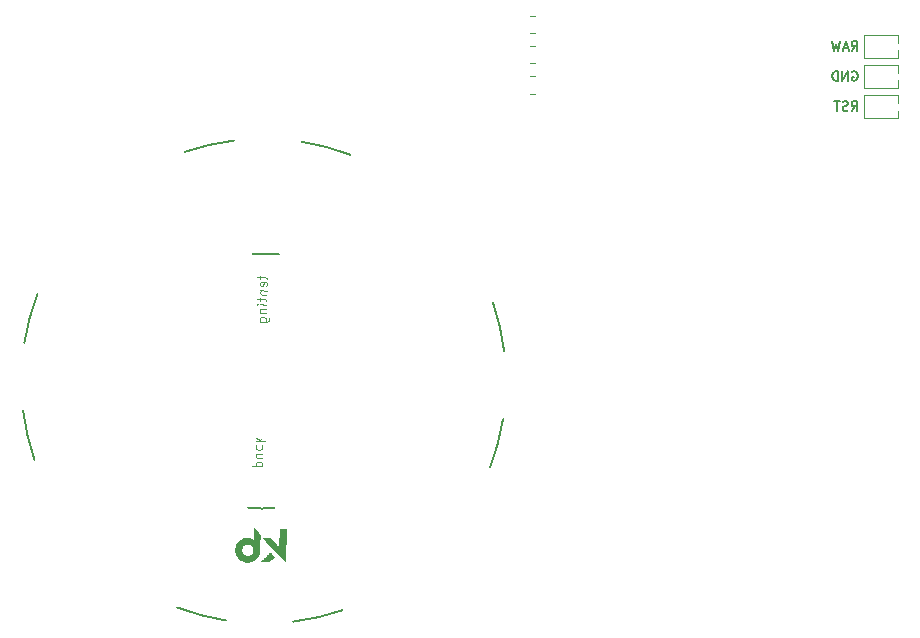
<source format=gbr>
%TF.GenerationSoftware,KiCad,Pcbnew,8.0.6-1.fc41*%
%TF.CreationDate,2024-12-09T10:01:21+11:00*%
%TF.ProjectId,pueo-mx-spaced,7075656f-2d6d-4782-9d73-70616365642e,0.1*%
%TF.SameCoordinates,Original*%
%TF.FileFunction,Legend,Bot*%
%TF.FilePolarity,Positive*%
%FSLAX46Y46*%
G04 Gerber Fmt 4.6, Leading zero omitted, Abs format (unit mm)*
G04 Created by KiCad (PCBNEW 8.0.6-1.fc41) date 2024-12-09 10:01:21*
%MOMM*%
%LPD*%
G01*
G04 APERTURE LIST*
%ADD10C,0.150000*%
%ADD11C,0.100000*%
%ADD12C,0.120000*%
%ADD13C,0.200000*%
%ADD14C,0.010000*%
G04 APERTURE END LIST*
D10*
X194997462Y-65572704D02*
X195264129Y-65191751D01*
X195454605Y-65572704D02*
X195454605Y-64772704D01*
X195454605Y-64772704D02*
X195149843Y-64772704D01*
X195149843Y-64772704D02*
X195073653Y-64810799D01*
X195073653Y-64810799D02*
X195035558Y-64848894D01*
X195035558Y-64848894D02*
X194997462Y-64925085D01*
X194997462Y-64925085D02*
X194997462Y-65039370D01*
X194997462Y-65039370D02*
X195035558Y-65115561D01*
X195035558Y-65115561D02*
X195073653Y-65153656D01*
X195073653Y-65153656D02*
X195149843Y-65191751D01*
X195149843Y-65191751D02*
X195454605Y-65191751D01*
X194692701Y-65534609D02*
X194578415Y-65572704D01*
X194578415Y-65572704D02*
X194387939Y-65572704D01*
X194387939Y-65572704D02*
X194311748Y-65534609D01*
X194311748Y-65534609D02*
X194273653Y-65496513D01*
X194273653Y-65496513D02*
X194235558Y-65420323D01*
X194235558Y-65420323D02*
X194235558Y-65344132D01*
X194235558Y-65344132D02*
X194273653Y-65267942D01*
X194273653Y-65267942D02*
X194311748Y-65229847D01*
X194311748Y-65229847D02*
X194387939Y-65191751D01*
X194387939Y-65191751D02*
X194540320Y-65153656D01*
X194540320Y-65153656D02*
X194616510Y-65115561D01*
X194616510Y-65115561D02*
X194654605Y-65077466D01*
X194654605Y-65077466D02*
X194692701Y-65001275D01*
X194692701Y-65001275D02*
X194692701Y-64925085D01*
X194692701Y-64925085D02*
X194654605Y-64848894D01*
X194654605Y-64848894D02*
X194616510Y-64810799D01*
X194616510Y-64810799D02*
X194540320Y-64772704D01*
X194540320Y-64772704D02*
X194349843Y-64772704D01*
X194349843Y-64772704D02*
X194235558Y-64810799D01*
X194006986Y-64772704D02*
X193549843Y-64772704D01*
X193778415Y-65572704D02*
X193778415Y-64772704D01*
X195054604Y-62270798D02*
X195130794Y-62232703D01*
X195130794Y-62232703D02*
X195245080Y-62232703D01*
X195245080Y-62232703D02*
X195359366Y-62270798D01*
X195359366Y-62270798D02*
X195435556Y-62346988D01*
X195435556Y-62346988D02*
X195473651Y-62423179D01*
X195473651Y-62423179D02*
X195511747Y-62575560D01*
X195511747Y-62575560D02*
X195511747Y-62689846D01*
X195511747Y-62689846D02*
X195473651Y-62842227D01*
X195473651Y-62842227D02*
X195435556Y-62918417D01*
X195435556Y-62918417D02*
X195359366Y-62994608D01*
X195359366Y-62994608D02*
X195245080Y-63032703D01*
X195245080Y-63032703D02*
X195168889Y-63032703D01*
X195168889Y-63032703D02*
X195054604Y-62994608D01*
X195054604Y-62994608D02*
X195016508Y-62956512D01*
X195016508Y-62956512D02*
X195016508Y-62689846D01*
X195016508Y-62689846D02*
X195168889Y-62689846D01*
X194673651Y-63032703D02*
X194673651Y-62232703D01*
X194673651Y-62232703D02*
X194216508Y-63032703D01*
X194216508Y-63032703D02*
X194216508Y-62232703D01*
X193835556Y-63032703D02*
X193835556Y-62232703D01*
X193835556Y-62232703D02*
X193645080Y-62232703D01*
X193645080Y-62232703D02*
X193530794Y-62270798D01*
X193530794Y-62270798D02*
X193454604Y-62346988D01*
X193454604Y-62346988D02*
X193416509Y-62423179D01*
X193416509Y-62423179D02*
X193378413Y-62575560D01*
X193378413Y-62575560D02*
X193378413Y-62689846D01*
X193378413Y-62689846D02*
X193416509Y-62842227D01*
X193416509Y-62842227D02*
X193454604Y-62918417D01*
X193454604Y-62918417D02*
X193530794Y-62994608D01*
X193530794Y-62994608D02*
X193645080Y-63032703D01*
X193645080Y-63032703D02*
X193835556Y-63032703D01*
X194997464Y-60492702D02*
X195264131Y-60111749D01*
X195454607Y-60492702D02*
X195454607Y-59692702D01*
X195454607Y-59692702D02*
X195149845Y-59692702D01*
X195149845Y-59692702D02*
X195073655Y-59730797D01*
X195073655Y-59730797D02*
X195035560Y-59768892D01*
X195035560Y-59768892D02*
X194997464Y-59845083D01*
X194997464Y-59845083D02*
X194997464Y-59959368D01*
X194997464Y-59959368D02*
X195035560Y-60035559D01*
X195035560Y-60035559D02*
X195073655Y-60073654D01*
X195073655Y-60073654D02*
X195149845Y-60111749D01*
X195149845Y-60111749D02*
X195454607Y-60111749D01*
X194692703Y-60264130D02*
X194311750Y-60264130D01*
X194768893Y-60492702D02*
X194502226Y-59692702D01*
X194502226Y-59692702D02*
X194235560Y-60492702D01*
X194045084Y-59692702D02*
X193854608Y-60492702D01*
X193854608Y-60492702D02*
X193702227Y-59921273D01*
X193702227Y-59921273D02*
X193549846Y-60492702D01*
X193549846Y-60492702D02*
X193359370Y-59692702D01*
D11*
X144957413Y-79533852D02*
X144952094Y-79838567D01*
X144688792Y-79643466D02*
X145374402Y-79655434D01*
X145374402Y-79655434D02*
X145449916Y-79694853D01*
X145449916Y-79694853D02*
X145486676Y-79771697D01*
X145486676Y-79771697D02*
X145485346Y-79847875D01*
X145437284Y-80418552D02*
X145476703Y-80343038D01*
X145476703Y-80343038D02*
X145479362Y-80190680D01*
X145479362Y-80190680D02*
X145442603Y-80113837D01*
X145442603Y-80113837D02*
X145367089Y-80074418D01*
X145367089Y-80074418D02*
X145062373Y-80069099D01*
X145062373Y-80069099D02*
X144985530Y-80105858D01*
X144985530Y-80105858D02*
X144946110Y-80181372D01*
X144946110Y-80181372D02*
X144943451Y-80333730D01*
X144943451Y-80333730D02*
X144980211Y-80410574D01*
X144980211Y-80410574D02*
X145055725Y-80449993D01*
X145055725Y-80449993D02*
X145131904Y-80451323D01*
X145131904Y-80451323D02*
X145214731Y-80071758D01*
X144935473Y-80790803D02*
X145468725Y-80800111D01*
X145011652Y-80792133D02*
X144972897Y-80829557D01*
X144972897Y-80829557D02*
X144933478Y-80905071D01*
X144933478Y-80905071D02*
X144931484Y-81019340D01*
X144931484Y-81019340D02*
X144968243Y-81096184D01*
X144968243Y-81096184D02*
X145043757Y-81135603D01*
X145043757Y-81135603D02*
X145462741Y-81142916D01*
X144924835Y-81400235D02*
X144919516Y-81704950D01*
X144656214Y-81509849D02*
X145341824Y-81521816D01*
X145341824Y-81521816D02*
X145417338Y-81561235D01*
X145417338Y-81561235D02*
X145454098Y-81638079D01*
X145454098Y-81638079D02*
X145452768Y-81714258D01*
X145448114Y-81980884D02*
X144914862Y-81971576D01*
X144648236Y-81966922D02*
X144686990Y-81929498D01*
X144686990Y-81929498D02*
X144724415Y-81968252D01*
X144724415Y-81968252D02*
X144685661Y-82005677D01*
X144685661Y-82005677D02*
X144648236Y-81966922D01*
X144648236Y-81966922D02*
X144724415Y-81968252D01*
X144908214Y-82352470D02*
X145441466Y-82361778D01*
X144984393Y-82353800D02*
X144945638Y-82391225D01*
X144945638Y-82391225D02*
X144906219Y-82466739D01*
X144906219Y-82466739D02*
X144904225Y-82581007D01*
X144904225Y-82581007D02*
X144940984Y-82657851D01*
X144940984Y-82657851D02*
X145016498Y-82697270D01*
X145016498Y-82697270D02*
X145435482Y-82704583D01*
X144889598Y-83418975D02*
X145537118Y-83430277D01*
X145537118Y-83430277D02*
X145613962Y-83393518D01*
X145613962Y-83393518D02*
X145652716Y-83356093D01*
X145652716Y-83356093D02*
X145692135Y-83280579D01*
X145692135Y-83280579D02*
X145694130Y-83166311D01*
X145694130Y-83166311D02*
X145657370Y-83089467D01*
X145384760Y-83427618D02*
X145424180Y-83352104D01*
X145424180Y-83352104D02*
X145426839Y-83199746D01*
X145426839Y-83199746D02*
X145390079Y-83122903D01*
X145390079Y-83122903D02*
X145352655Y-83084148D01*
X145352655Y-83084148D02*
X145277141Y-83044729D01*
X145277141Y-83044729D02*
X145048604Y-83040740D01*
X145048604Y-83040740D02*
X144971760Y-83077500D01*
X144971760Y-83077500D02*
X144933006Y-83114924D01*
X144933006Y-83114924D02*
X144893587Y-83190438D01*
X144893587Y-83190438D02*
X144890928Y-83342796D01*
X144890928Y-83342796D02*
X144927687Y-83419640D01*
X145075802Y-95692381D02*
X144275924Y-95678419D01*
X145037713Y-95691716D02*
X145077132Y-95616202D01*
X145077132Y-95616202D02*
X145079791Y-95463845D01*
X145079791Y-95463845D02*
X145043031Y-95387001D01*
X145043031Y-95387001D02*
X145005607Y-95348247D01*
X145005607Y-95348247D02*
X144930093Y-95308827D01*
X144930093Y-95308827D02*
X144701556Y-95304838D01*
X144701556Y-95304838D02*
X144624713Y-95341598D01*
X144624713Y-95341598D02*
X144585958Y-95379023D01*
X144585958Y-95379023D02*
X144546539Y-95454537D01*
X144546539Y-95454537D02*
X144543880Y-95606894D01*
X144543880Y-95606894D02*
X144580639Y-95683738D01*
X145094418Y-94625877D02*
X144561166Y-94616569D01*
X145088434Y-94968681D02*
X144669450Y-94961368D01*
X144669450Y-94961368D02*
X144593936Y-94921949D01*
X144593936Y-94921949D02*
X144557177Y-94845105D01*
X144557177Y-94845105D02*
X144559171Y-94730837D01*
X144559171Y-94730837D02*
X144598590Y-94655323D01*
X144598590Y-94655323D02*
X144637345Y-94617898D01*
X144611888Y-93893534D02*
X144572468Y-93969048D01*
X144572468Y-93969048D02*
X144569809Y-94121405D01*
X144569809Y-94121405D02*
X144606569Y-94198249D01*
X144606569Y-94198249D02*
X144643993Y-94237003D01*
X144643993Y-94237003D02*
X144719507Y-94276423D01*
X144719507Y-94276423D02*
X144948044Y-94280412D01*
X144948044Y-94280412D02*
X145024888Y-94243652D01*
X145024888Y-94243652D02*
X145063642Y-94206227D01*
X145063642Y-94206227D02*
X145103061Y-94130713D01*
X145103061Y-94130713D02*
X145105720Y-93978356D01*
X145105720Y-93978356D02*
X145068961Y-93901512D01*
X144579782Y-93550064D02*
X145379660Y-93564026D01*
X144885827Y-93479204D02*
X144585101Y-93245349D01*
X145118353Y-93254657D02*
X144808318Y-93554053D01*
D12*
%TO.C,MCU1*%
X196091617Y-61678467D02*
X196091619Y-63678468D01*
X196091617Y-66218468D02*
X198891617Y-66218468D01*
X196091618Y-61138469D02*
X198891618Y-61138469D01*
X196091619Y-59138468D02*
X196091618Y-61138469D01*
X196091619Y-63678468D02*
X198891617Y-63678468D01*
X196091619Y-64218468D02*
X196091617Y-66218468D01*
X198891617Y-62358469D02*
X198891618Y-61678468D01*
X198891617Y-63678468D02*
X198891617Y-63008468D01*
X198891617Y-66218468D02*
X198891619Y-65558467D01*
X198891618Y-59138467D02*
X196091619Y-59138468D01*
X198891618Y-61138469D02*
X198891619Y-60458470D01*
X198891618Y-61678468D02*
X196091617Y-61678467D01*
X198891619Y-59808468D02*
X198891618Y-59138467D01*
X198891619Y-64218468D02*
X196091619Y-64218468D01*
X198891619Y-64883469D02*
X198891619Y-64218468D01*
D13*
%TO.C,REF\u002A\u002A*%
X124957050Y-85249668D02*
G75*
G02*
X126063197Y-81117788I20267184J-3211732D01*
G01*
X125818581Y-95131756D02*
G75*
G02*
X124857309Y-90963798I19405675J6670436D01*
G01*
X138553696Y-69055863D02*
G75*
G02*
X142721654Y-68094591I6670436J-19405675D01*
G01*
X142012386Y-108728402D02*
G75*
G02*
X137880518Y-107622257I3211633J20266766D01*
G01*
X144283240Y-77707445D02*
G75*
G02*
X145412484Y-77668012I940820J-10753478D01*
G01*
X145035686Y-99254722D02*
G75*
G02*
X143908507Y-99175902I188388J10793201D01*
G01*
X145412484Y-77668012D02*
G75*
G02*
X146539663Y-77746832I-188397J-10793255D01*
G01*
X146164930Y-99215289D02*
G75*
G02*
X145035686Y-99254722I-940795J10752751D01*
G01*
X148435784Y-68194332D02*
G75*
G02*
X152567657Y-69300478I-3211646J-20266836D01*
G01*
X151894473Y-107866871D02*
G75*
G02*
X147726516Y-108828142I-6670515J19406033D01*
G01*
X164629588Y-81790976D02*
G75*
G02*
X165590860Y-85958936I-19405779J-6670459D01*
G01*
X165491120Y-91673066D02*
G75*
G02*
X164384975Y-95804938I-20267275J3211758D01*
G01*
D14*
X147086839Y-100980264D02*
X147038984Y-103721722D01*
X146949766Y-103627875D01*
X146936228Y-103613639D01*
X146904938Y-103580736D01*
X146859809Y-103533286D01*
X146802048Y-103472552D01*
X146732838Y-103399789D01*
X146653384Y-103316251D01*
X146564883Y-103223199D01*
X146468523Y-103121891D01*
X146365506Y-103013583D01*
X146257026Y-102899535D01*
X146144279Y-102780999D01*
X146028459Y-102659236D01*
X145196379Y-101784445D01*
X145484755Y-101786385D01*
X145773131Y-101788324D01*
X146561948Y-102604914D01*
X146590456Y-100971604D01*
X147086839Y-100980264D01*
G36*
X147086839Y-100980264D02*
G01*
X147038984Y-103721722D01*
X146949766Y-103627875D01*
X146936228Y-103613639D01*
X146904938Y-103580736D01*
X146859809Y-103533286D01*
X146802048Y-103472552D01*
X146732838Y-103399789D01*
X146653384Y-103316251D01*
X146564883Y-103223199D01*
X146468523Y-103121891D01*
X146365506Y-103013583D01*
X146257026Y-102899535D01*
X146144279Y-102780999D01*
X146028459Y-102659236D01*
X145196379Y-101784445D01*
X145484755Y-101786385D01*
X145773131Y-101788324D01*
X146561948Y-102604914D01*
X146590456Y-100971604D01*
X147086839Y-100980264D01*
G37*
X145757799Y-102989563D02*
X145769843Y-102999823D01*
X145794915Y-103023886D01*
X145830451Y-103059224D01*
X145873912Y-103103312D01*
X145922755Y-103153629D01*
X146080949Y-103317757D01*
X146046412Y-103354977D01*
X146043175Y-103358413D01*
X146020906Y-103381235D01*
X145985940Y-103416378D01*
X145941342Y-103460789D01*
X145890168Y-103511414D01*
X145835478Y-103565211D01*
X145659084Y-103738227D01*
X145039163Y-103727406D01*
X145068047Y-103694271D01*
X145070387Y-103691620D01*
X145091455Y-103668753D01*
X145124835Y-103633491D01*
X145168500Y-103587903D01*
X145220418Y-103534057D01*
X145278570Y-103474027D01*
X145340930Y-103409887D01*
X145405468Y-103343705D01*
X145470167Y-103277554D01*
X145532994Y-103213506D01*
X145591925Y-103153631D01*
X145644934Y-103100002D01*
X145690005Y-103054688D01*
X145725096Y-103019767D01*
X145748198Y-102997296D01*
X145757270Y-102989371D01*
X145757799Y-102989563D01*
G36*
X145757799Y-102989563D02*
G01*
X145769843Y-102999823D01*
X145794915Y-103023886D01*
X145830451Y-103059224D01*
X145873912Y-103103312D01*
X145922755Y-103153629D01*
X146080949Y-103317757D01*
X146046412Y-103354977D01*
X146043175Y-103358413D01*
X146020906Y-103381235D01*
X145985940Y-103416378D01*
X145941342Y-103460789D01*
X145890168Y-103511414D01*
X145835478Y-103565211D01*
X145659084Y-103738227D01*
X145039163Y-103727406D01*
X145068047Y-103694271D01*
X145070387Y-103691620D01*
X145091455Y-103668753D01*
X145124835Y-103633491D01*
X145168500Y-103587903D01*
X145220418Y-103534057D01*
X145278570Y-103474027D01*
X145340930Y-103409887D01*
X145405468Y-103343705D01*
X145470167Y-103277554D01*
X145532994Y-103213506D01*
X145591925Y-103153631D01*
X145644934Y-103100002D01*
X145690005Y-103054688D01*
X145725096Y-103019767D01*
X145748198Y-102997296D01*
X145757270Y-102989371D01*
X145757799Y-102989563D01*
G37*
X144884532Y-101457705D02*
X144872372Y-102149314D01*
X144872165Y-102161047D01*
X144869277Y-102311492D01*
X144866218Y-102448734D01*
X144863032Y-102571353D01*
X144859769Y-102677939D01*
X144856476Y-102767084D01*
X144855542Y-102787076D01*
X144853195Y-102837376D01*
X144849976Y-102887399D01*
X144846869Y-102915743D01*
X144837191Y-102962032D01*
X144797422Y-103088518D01*
X144740069Y-103213399D01*
X144668324Y-103330345D01*
X144585388Y-103433033D01*
X144576836Y-103442053D01*
X144466791Y-103540472D01*
X144342923Y-103622320D01*
X144208619Y-103685965D01*
X144067263Y-103729780D01*
X143922242Y-103752132D01*
X143821935Y-103754866D01*
X143673737Y-103740878D01*
X143530900Y-103706128D01*
X143395595Y-103651735D01*
X143269972Y-103578816D01*
X143156199Y-103488494D01*
X143056432Y-103381891D01*
X142972832Y-103260119D01*
X142917452Y-103152217D01*
X142866745Y-103012081D01*
X142837916Y-102866985D01*
X142833527Y-102779166D01*
X143328261Y-102779166D01*
X143328447Y-102784459D01*
X143331801Y-102839830D01*
X143338418Y-102882245D01*
X143350387Y-102921069D01*
X143369791Y-102965656D01*
X143390609Y-103004356D01*
X143431058Y-103063867D01*
X143478143Y-103120150D01*
X143526652Y-103167198D01*
X143571389Y-103198987D01*
X143587418Y-103207046D01*
X143628014Y-103225115D01*
X143670724Y-103241949D01*
X143743204Y-103262504D01*
X143846740Y-103272835D01*
X143948489Y-103261814D01*
X144045838Y-103230376D01*
X144136173Y-103179453D01*
X144216877Y-103109974D01*
X144285345Y-103022873D01*
X144314938Y-102969234D01*
X144347008Y-102875753D01*
X144359279Y-102778404D01*
X144352683Y-102680335D01*
X144328148Y-102584679D01*
X144286602Y-102494593D01*
X144228972Y-102413228D01*
X144156182Y-102343736D01*
X144069168Y-102289266D01*
X144055276Y-102282729D01*
X143957478Y-102250392D01*
X143856321Y-102238443D01*
X143755268Y-102245999D01*
X143657799Y-102272181D01*
X143567380Y-102316106D01*
X143487490Y-102376892D01*
X143421601Y-102453654D01*
X143403334Y-102481870D01*
X143358058Y-102574512D01*
X143333496Y-102671996D01*
X143328261Y-102779166D01*
X142833527Y-102779166D01*
X142830288Y-102714353D01*
X142835413Y-102624755D01*
X142860713Y-102474896D01*
X142905936Y-102333697D01*
X142970039Y-102202809D01*
X143051987Y-102083895D01*
X143150734Y-101978622D01*
X143265240Y-101888620D01*
X143394468Y-101815572D01*
X143464879Y-101784165D01*
X143540513Y-101756254D01*
X143612498Y-101738019D01*
X143689177Y-101727417D01*
X143778912Y-101722428D01*
X143796732Y-101722072D01*
X143935802Y-101730937D01*
X144065680Y-101760886D01*
X144187020Y-101812118D01*
X144300466Y-101884828D01*
X144324295Y-101902460D01*
X144348847Y-101919221D01*
X144361173Y-101925753D01*
X144362150Y-101921739D01*
X144364014Y-101897962D01*
X144366095Y-101854868D01*
X144368314Y-101794822D01*
X144370589Y-101720190D01*
X144372854Y-101633330D01*
X144375033Y-101536605D01*
X144377044Y-101432386D01*
X144385808Y-100938896D01*
X144884532Y-101457705D01*
G36*
X144884532Y-101457705D02*
G01*
X144872372Y-102149314D01*
X144872165Y-102161047D01*
X144869277Y-102311492D01*
X144866218Y-102448734D01*
X144863032Y-102571353D01*
X144859769Y-102677939D01*
X144856476Y-102767084D01*
X144855542Y-102787076D01*
X144853195Y-102837376D01*
X144849976Y-102887399D01*
X144846869Y-102915743D01*
X144837191Y-102962032D01*
X144797422Y-103088518D01*
X144740069Y-103213399D01*
X144668324Y-103330345D01*
X144585388Y-103433033D01*
X144576836Y-103442053D01*
X144466791Y-103540472D01*
X144342923Y-103622320D01*
X144208619Y-103685965D01*
X144067263Y-103729780D01*
X143922242Y-103752132D01*
X143821935Y-103754866D01*
X143673737Y-103740878D01*
X143530900Y-103706128D01*
X143395595Y-103651735D01*
X143269972Y-103578816D01*
X143156199Y-103488494D01*
X143056432Y-103381891D01*
X142972832Y-103260119D01*
X142917452Y-103152217D01*
X142866745Y-103012081D01*
X142837916Y-102866985D01*
X142833527Y-102779166D01*
X143328261Y-102779166D01*
X143328447Y-102784459D01*
X143331801Y-102839830D01*
X143338418Y-102882245D01*
X143350387Y-102921069D01*
X143369791Y-102965656D01*
X143390609Y-103004356D01*
X143431058Y-103063867D01*
X143478143Y-103120150D01*
X143526652Y-103167198D01*
X143571389Y-103198987D01*
X143587418Y-103207046D01*
X143628014Y-103225115D01*
X143670724Y-103241949D01*
X143743204Y-103262504D01*
X143846740Y-103272835D01*
X143948489Y-103261814D01*
X144045838Y-103230376D01*
X144136173Y-103179453D01*
X144216877Y-103109974D01*
X144285345Y-103022873D01*
X144314938Y-102969234D01*
X144347008Y-102875753D01*
X144359279Y-102778404D01*
X144352683Y-102680335D01*
X144328148Y-102584679D01*
X144286602Y-102494593D01*
X144228972Y-102413228D01*
X144156182Y-102343736D01*
X144069168Y-102289266D01*
X144055276Y-102282729D01*
X143957478Y-102250392D01*
X143856321Y-102238443D01*
X143755268Y-102245999D01*
X143657799Y-102272181D01*
X143567380Y-102316106D01*
X143487490Y-102376892D01*
X143421601Y-102453654D01*
X143403334Y-102481870D01*
X143358058Y-102574512D01*
X143333496Y-102671996D01*
X143328261Y-102779166D01*
X142833527Y-102779166D01*
X142830288Y-102714353D01*
X142835413Y-102624755D01*
X142860713Y-102474896D01*
X142905936Y-102333697D01*
X142970039Y-102202809D01*
X143051987Y-102083895D01*
X143150734Y-101978622D01*
X143265240Y-101888620D01*
X143394468Y-101815572D01*
X143464879Y-101784165D01*
X143540513Y-101756254D01*
X143612498Y-101738019D01*
X143689177Y-101727417D01*
X143778912Y-101722428D01*
X143796732Y-101722072D01*
X143935802Y-101730937D01*
X144065680Y-101760886D01*
X144187020Y-101812118D01*
X144300466Y-101884828D01*
X144324295Y-101902460D01*
X144348847Y-101919221D01*
X144361173Y-101925753D01*
X144362150Y-101921739D01*
X144364014Y-101897962D01*
X144366095Y-101854868D01*
X144368314Y-101794822D01*
X144370589Y-101720190D01*
X144372854Y-101633330D01*
X144375033Y-101536605D01*
X144377044Y-101432386D01*
X144385808Y-100938896D01*
X144884532Y-101457705D01*
G37*
D12*
X167754215Y-57519488D02*
X168208341Y-57519488D01*
X167754215Y-58989488D02*
X168208341Y-58989488D01*
X167754216Y-62669489D02*
X168208342Y-62669489D01*
X167754216Y-64139489D02*
X168208342Y-64139489D01*
X167754215Y-60082944D02*
X168208341Y-60082944D01*
X167754215Y-61552944D02*
X168208341Y-61552944D01*
%TD*%
M02*

</source>
